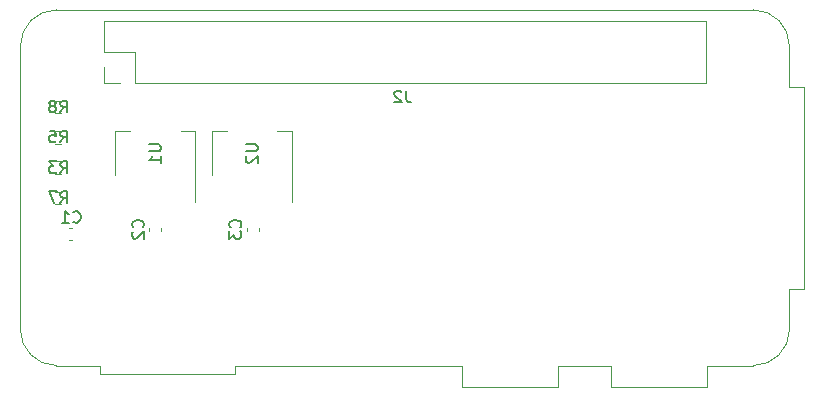
<source format=gbr>
%TF.GenerationSoftware,KiCad,Pcbnew,(5.1.9)-1*%
%TF.CreationDate,2021-06-10T09:26:42-06:00*%
%TF.ProjectId,sl-pi-aprs,736c2d70-692d-4617-9072-732e6b696361,rev?*%
%TF.SameCoordinates,Original*%
%TF.FileFunction,Legend,Bot*%
%TF.FilePolarity,Positive*%
%FSLAX46Y46*%
G04 Gerber Fmt 4.6, Leading zero omitted, Abs format (unit mm)*
G04 Created by KiCad (PCBNEW (5.1.9)-1) date 2021-06-10 09:26:42*
%MOMM*%
%LPD*%
G01*
G04 APERTURE LIST*
%ADD10C,0.120000*%
%ADD11C,0.150000*%
G04 APERTURE END LIST*
D10*
%TO.C,J2*%
X169690000Y-108580000D02*
G75*
G02*
X166630000Y-111640000I-3060000J0D01*
G01*
X166630000Y-81520000D02*
G75*
G02*
X169690000Y-84580000I0J-3060000D01*
G01*
X104570000Y-84580000D02*
G75*
G02*
X107630000Y-81520000I3060000J0D01*
G01*
X107630000Y-111640000D02*
G75*
G02*
X104570000Y-108580000I0J3060000D01*
G01*
X166630000Y-81520000D02*
X107630000Y-81520000D01*
X104570000Y-84580000D02*
X104570000Y-108580000D01*
X166630000Y-111640000D02*
X162690000Y-111640000D01*
X169690000Y-105140000D02*
X169690000Y-108580000D01*
X162590000Y-82480000D02*
X162590000Y-87680000D01*
X114270000Y-87680000D02*
X162590000Y-87680000D01*
X111670000Y-87680000D02*
X113000000Y-87680000D01*
X111670000Y-86350000D02*
X111670000Y-87680000D01*
X114270000Y-85080000D02*
X114270000Y-87680000D01*
X111670000Y-85080000D02*
X114270000Y-85080000D01*
X111670000Y-82480000D02*
X111670000Y-85080000D01*
X111670000Y-82480000D02*
X162590000Y-82480000D01*
X169690000Y-88020000D02*
X170890000Y-88020000D01*
X170890000Y-88020000D02*
X170890000Y-105140000D01*
X170890000Y-105140000D02*
X169690000Y-105140000D01*
X169690000Y-88020000D02*
X169690000Y-84580000D01*
X162690000Y-111640000D02*
X162690000Y-113440000D01*
X162690000Y-113440000D02*
X154570000Y-113440000D01*
X154570000Y-113440000D02*
X154570000Y-111640000D01*
X150090000Y-111640000D02*
X150090000Y-113440000D01*
X141970000Y-113440000D02*
X141970000Y-111640000D01*
X150090000Y-113440000D02*
X141970000Y-113440000D01*
X154570000Y-111640000D02*
X150090000Y-111640000D01*
X141970000Y-111640000D02*
X122740000Y-111640000D01*
X122740000Y-111640000D02*
X122740000Y-112340000D01*
X122740000Y-112340000D02*
X111320000Y-112340000D01*
X111320000Y-112340000D02*
X111320000Y-111640000D01*
X111320000Y-111640000D02*
X107630000Y-111640000D01*
%TO.C,C1*%
X108983767Y-101010000D02*
X108691233Y-101010000D01*
X108983767Y-99990000D02*
X108691233Y-99990000D01*
%TO.C,U2*%
X127600000Y-97785000D02*
X127600000Y-91775000D01*
X120780000Y-95535000D02*
X120780000Y-91775000D01*
X127600000Y-91775000D02*
X126340000Y-91775000D01*
X120780000Y-91775000D02*
X122040000Y-91775000D01*
%TO.C,U1*%
X119400000Y-97785000D02*
X119400000Y-91775000D01*
X112580000Y-95535000D02*
X112580000Y-91775000D01*
X119400000Y-91775000D02*
X118140000Y-91775000D01*
X112580000Y-91775000D02*
X113840000Y-91775000D01*
%TO.C,R8*%
X107545276Y-90287500D02*
X108054724Y-90287500D01*
X107545276Y-89242500D02*
X108054724Y-89242500D01*
%TO.C,R7*%
X107545076Y-96920500D02*
X108054524Y-96920500D01*
X107545076Y-97965500D02*
X108054524Y-97965500D01*
%TO.C,R5*%
X107545276Y-91812500D02*
X108054724Y-91812500D01*
X107545276Y-92857500D02*
X108054724Y-92857500D01*
%TO.C,R3*%
X107545276Y-94352500D02*
X108054724Y-94352500D01*
X107545276Y-95397500D02*
X108054724Y-95397500D01*
%TO.C,C3*%
X124760000Y-99953733D02*
X124760000Y-100246267D01*
X123740000Y-99953733D02*
X123740000Y-100246267D01*
%TO.C,C2*%
X116510000Y-99953733D02*
X116510000Y-100246267D01*
X115490000Y-99953733D02*
X115490000Y-100246267D01*
%TO.C,J2*%
D11*
X137239333Y-88352380D02*
X137239333Y-89066666D01*
X137286952Y-89209523D01*
X137382190Y-89304761D01*
X137525047Y-89352380D01*
X137620285Y-89352380D01*
X136810761Y-88447619D02*
X136763142Y-88400000D01*
X136667904Y-88352380D01*
X136429809Y-88352380D01*
X136334571Y-88400000D01*
X136286952Y-88447619D01*
X136239333Y-88542857D01*
X136239333Y-88638095D01*
X136286952Y-88780952D01*
X136858380Y-89352380D01*
X136239333Y-89352380D01*
%TO.C,C1*%
X109054166Y-99457142D02*
X109101785Y-99504761D01*
X109244642Y-99552380D01*
X109339880Y-99552380D01*
X109482738Y-99504761D01*
X109577976Y-99409523D01*
X109625595Y-99314285D01*
X109673214Y-99123809D01*
X109673214Y-98980952D01*
X109625595Y-98790476D01*
X109577976Y-98695238D01*
X109482738Y-98600000D01*
X109339880Y-98552380D01*
X109244642Y-98552380D01*
X109101785Y-98600000D01*
X109054166Y-98647619D01*
X108101785Y-99552380D02*
X108673214Y-99552380D01*
X108387500Y-99552380D02*
X108387500Y-98552380D01*
X108482738Y-98695238D01*
X108577976Y-98790476D01*
X108673214Y-98838095D01*
%TO.C,U2*%
X123652380Y-92923095D02*
X124461904Y-92923095D01*
X124557142Y-92970714D01*
X124604761Y-93018333D01*
X124652380Y-93113571D01*
X124652380Y-93304047D01*
X124604761Y-93399285D01*
X124557142Y-93446904D01*
X124461904Y-93494523D01*
X123652380Y-93494523D01*
X123747619Y-93923095D02*
X123700000Y-93970714D01*
X123652380Y-94065952D01*
X123652380Y-94304047D01*
X123700000Y-94399285D01*
X123747619Y-94446904D01*
X123842857Y-94494523D01*
X123938095Y-94494523D01*
X124080952Y-94446904D01*
X124652380Y-93875476D01*
X124652380Y-94494523D01*
%TO.C,U1*%
X115452380Y-92923095D02*
X116261904Y-92923095D01*
X116357142Y-92970714D01*
X116404761Y-93018333D01*
X116452380Y-93113571D01*
X116452380Y-93304047D01*
X116404761Y-93399285D01*
X116357142Y-93446904D01*
X116261904Y-93494523D01*
X115452380Y-93494523D01*
X116452380Y-94494523D02*
X116452380Y-93923095D01*
X116452380Y-94208809D02*
X115452380Y-94208809D01*
X115595238Y-94113571D01*
X115690476Y-94018333D01*
X115738095Y-93923095D01*
%TO.C,R8*%
X107966666Y-90202380D02*
X108300000Y-89726190D01*
X108538095Y-90202380D02*
X108538095Y-89202380D01*
X108157142Y-89202380D01*
X108061904Y-89250000D01*
X108014285Y-89297619D01*
X107966666Y-89392857D01*
X107966666Y-89535714D01*
X108014285Y-89630952D01*
X108061904Y-89678571D01*
X108157142Y-89726190D01*
X108538095Y-89726190D01*
X107395238Y-89630952D02*
X107490476Y-89583333D01*
X107538095Y-89535714D01*
X107585714Y-89440476D01*
X107585714Y-89392857D01*
X107538095Y-89297619D01*
X107490476Y-89250000D01*
X107395238Y-89202380D01*
X107204761Y-89202380D01*
X107109523Y-89250000D01*
X107061904Y-89297619D01*
X107014285Y-89392857D01*
X107014285Y-89440476D01*
X107061904Y-89535714D01*
X107109523Y-89583333D01*
X107204761Y-89630952D01*
X107395238Y-89630952D01*
X107490476Y-89678571D01*
X107538095Y-89726190D01*
X107585714Y-89821428D01*
X107585714Y-90011904D01*
X107538095Y-90107142D01*
X107490476Y-90154761D01*
X107395238Y-90202380D01*
X107204761Y-90202380D01*
X107109523Y-90154761D01*
X107061904Y-90107142D01*
X107014285Y-90011904D01*
X107014285Y-89821428D01*
X107061904Y-89726190D01*
X107109523Y-89678571D01*
X107204761Y-89630952D01*
%TO.C,R7*%
X107966466Y-97900380D02*
X108299800Y-97424190D01*
X108537895Y-97900380D02*
X108537895Y-96900380D01*
X108156942Y-96900380D01*
X108061704Y-96948000D01*
X108014085Y-96995619D01*
X107966466Y-97090857D01*
X107966466Y-97233714D01*
X108014085Y-97328952D01*
X108061704Y-97376571D01*
X108156942Y-97424190D01*
X108537895Y-97424190D01*
X107633133Y-96900380D02*
X106966466Y-96900380D01*
X107395038Y-97900380D01*
%TO.C,R5*%
X107966666Y-92752380D02*
X108300000Y-92276190D01*
X108538095Y-92752380D02*
X108538095Y-91752380D01*
X108157142Y-91752380D01*
X108061904Y-91800000D01*
X108014285Y-91847619D01*
X107966666Y-91942857D01*
X107966666Y-92085714D01*
X108014285Y-92180952D01*
X108061904Y-92228571D01*
X108157142Y-92276190D01*
X108538095Y-92276190D01*
X107061904Y-91752380D02*
X107538095Y-91752380D01*
X107585714Y-92228571D01*
X107538095Y-92180952D01*
X107442857Y-92133333D01*
X107204761Y-92133333D01*
X107109523Y-92180952D01*
X107061904Y-92228571D01*
X107014285Y-92323809D01*
X107014285Y-92561904D01*
X107061904Y-92657142D01*
X107109523Y-92704761D01*
X107204761Y-92752380D01*
X107442857Y-92752380D01*
X107538095Y-92704761D01*
X107585714Y-92657142D01*
%TO.C,R3*%
X107966666Y-95352380D02*
X108300000Y-94876190D01*
X108538095Y-95352380D02*
X108538095Y-94352380D01*
X108157142Y-94352380D01*
X108061904Y-94400000D01*
X108014285Y-94447619D01*
X107966666Y-94542857D01*
X107966666Y-94685714D01*
X108014285Y-94780952D01*
X108061904Y-94828571D01*
X108157142Y-94876190D01*
X108538095Y-94876190D01*
X107633333Y-94352380D02*
X107014285Y-94352380D01*
X107347619Y-94733333D01*
X107204761Y-94733333D01*
X107109523Y-94780952D01*
X107061904Y-94828571D01*
X107014285Y-94923809D01*
X107014285Y-95161904D01*
X107061904Y-95257142D01*
X107109523Y-95304761D01*
X107204761Y-95352380D01*
X107490476Y-95352380D01*
X107585714Y-95304761D01*
X107633333Y-95257142D01*
%TO.C,C3*%
X123177142Y-99933333D02*
X123224761Y-99885714D01*
X123272380Y-99742857D01*
X123272380Y-99647619D01*
X123224761Y-99504761D01*
X123129523Y-99409523D01*
X123034285Y-99361904D01*
X122843809Y-99314285D01*
X122700952Y-99314285D01*
X122510476Y-99361904D01*
X122415238Y-99409523D01*
X122320000Y-99504761D01*
X122272380Y-99647619D01*
X122272380Y-99742857D01*
X122320000Y-99885714D01*
X122367619Y-99933333D01*
X122272380Y-100266666D02*
X122272380Y-100885714D01*
X122653333Y-100552380D01*
X122653333Y-100695238D01*
X122700952Y-100790476D01*
X122748571Y-100838095D01*
X122843809Y-100885714D01*
X123081904Y-100885714D01*
X123177142Y-100838095D01*
X123224761Y-100790476D01*
X123272380Y-100695238D01*
X123272380Y-100409523D01*
X123224761Y-100314285D01*
X123177142Y-100266666D01*
%TO.C,C2*%
X114927142Y-99933333D02*
X114974761Y-99885714D01*
X115022380Y-99742857D01*
X115022380Y-99647619D01*
X114974761Y-99504761D01*
X114879523Y-99409523D01*
X114784285Y-99361904D01*
X114593809Y-99314285D01*
X114450952Y-99314285D01*
X114260476Y-99361904D01*
X114165238Y-99409523D01*
X114070000Y-99504761D01*
X114022380Y-99647619D01*
X114022380Y-99742857D01*
X114070000Y-99885714D01*
X114117619Y-99933333D01*
X114117619Y-100314285D02*
X114070000Y-100361904D01*
X114022380Y-100457142D01*
X114022380Y-100695238D01*
X114070000Y-100790476D01*
X114117619Y-100838095D01*
X114212857Y-100885714D01*
X114308095Y-100885714D01*
X114450952Y-100838095D01*
X115022380Y-100266666D01*
X115022380Y-100885714D01*
%TD*%
M02*

</source>
